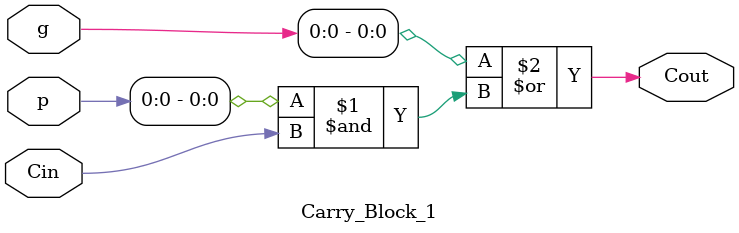
<source format=v>
`timescale 1ns / 1ps

module Carry_Block_1(
    output Cout,
    input [5:0] p,
    input [5:0] g,
    input Cin
    );
	
	 assign Cout = g[0] | (p[0]&Cin);

endmodule


//get the solution for the carry lookahead adder !

</source>
